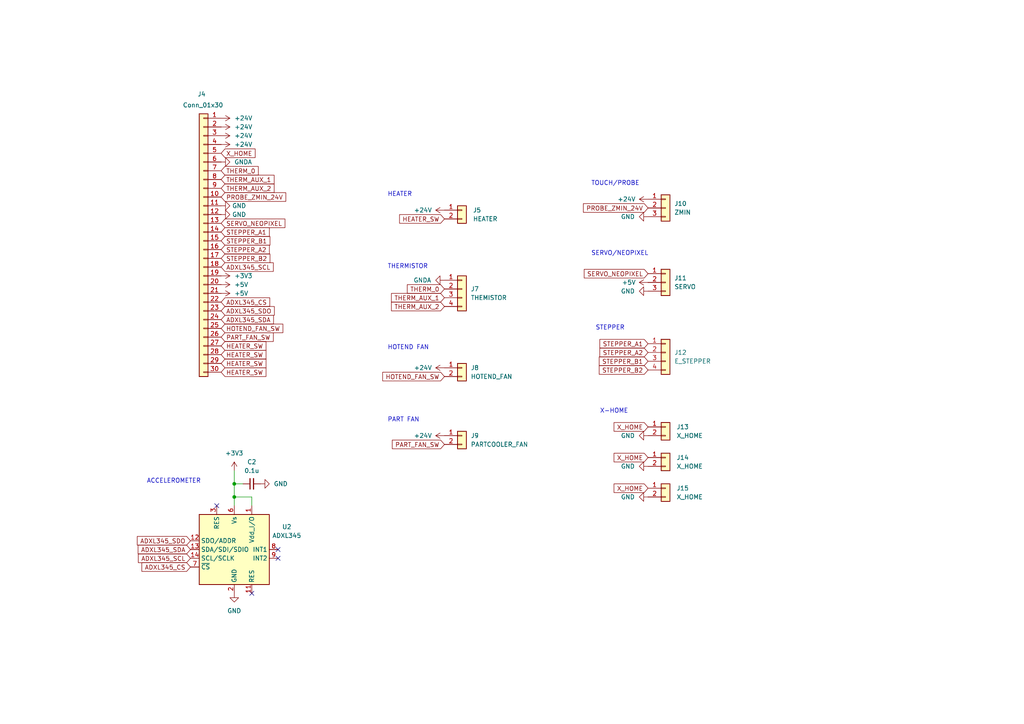
<source format=kicad_sch>
(kicad_sch (version 20211123) (generator eeschema)
  (paper "A4")
  (lib_symbols
    (symbol "Connector_Generic:Conn_01x02" (pin_names (offset 1.016) hide)
      (property "Reference" "J" (at 0 2.54 0))
      (property "Value" "Conn_01x02" (at 0 -5.08 0))
      (symbol "Conn_01x02_1_1"
        (rectangle (start -1.27 -2.413) (end 0 -2.667) (stroke (width 0.1524)))
        (rectangle (start -1.27 0.127) (end 0 -0.127) (stroke (width 0.1524)))
        (rectangle (start -1.27 1.27) (end 1.27 -3.81) (stroke (width 0.254)) (fill (type background)))
        (pin passive line (at -5.08 0 0) (length 3.81) (name "Pin_1") (number "1"))
        (pin passive line (at -5.08 -2.54 0) (length 3.81) (name "Pin_2") (number "2"))
      )
    )
    (symbol "Connector_Generic:Conn_01x03" (pin_names (offset 1.016) hide)
      (property "Reference" "J" (at 0 5.08 0))
      (property "Value" "Conn_01x03" (at 0 -5.08 0))
      (symbol "Conn_01x03_1_1"
        (rectangle (start -1.27 -2.413) (end 0 -2.667) (stroke (width 0.1524)))
        (rectangle (start -1.27 0.127) (end 0 -0.127) (stroke (width 0.1524)))
        (rectangle (start -1.27 2.667) (end 0 2.413) (stroke (width 0.1524)))
        (rectangle (start -1.27 3.81) (end 1.27 -3.81) (stroke (width 0.254)) (fill (type background)))
        (pin passive line (at -5.08 2.54 0) (length 3.81) (name "Pin_1") (number "1"))
        (pin passive line (at -5.08 0 0) (length 3.81) (name "Pin_2") (number "2"))
        (pin passive line (at -5.08 -2.54 0) (length 3.81) (name "Pin_3") (number "3"))
      )
    )
    (symbol "Connector_Generic:Conn_01x04" (pin_names (offset 1.016) hide)
      (property "Reference" "J" (at 0 5.08 0))
      (property "Value" "Conn_01x04" (at 0 -7.62 0))
      (symbol "Conn_01x04_1_1"
        (rectangle (start -1.27 -4.953) (end 0 -5.207) (stroke (width 0.1524)))
        (rectangle (start -1.27 -2.413) (end 0 -2.667) (stroke (width 0.1524)))
        (rectangle (start -1.27 0.127) (end 0 -0.127) (stroke (width 0.1524)))
        (rectangle (start -1.27 2.667) (end 0 2.413) (stroke (width 0.1524)))
        (rectangle (start -1.27 3.81) (end 1.27 -6.35) (stroke (width 0.254)) (fill (type background)))
        (pin passive line (at -5.08 2.54 0) (length 3.81) (name "Pin_1") (number "1"))
        (pin passive line (at -5.08 0 0) (length 3.81) (name "Pin_2") (number "2"))
        (pin passive line (at -5.08 -2.54 0) (length 3.81) (name "Pin_3") (number "3"))
        (pin passive line (at -5.08 -5.08 0) (length 3.81) (name "Pin_4") (number "4"))
      )
    )
    (symbol "Connector_Generic:Conn_01x30" (pin_names (offset 1.016) hide)
      (property "Reference" "J" (at 0 38.1 0))
      (property "Value" "Conn_01x30" (at 0 -40.64 0))
      (symbol "Conn_01x30_1_1"
        (rectangle (start -1.27 -37.973) (end 0 -38.227) (stroke (width 0.1524)))
        (rectangle (start -1.27 -35.433) (end 0 -35.687) (stroke (width 0.1524)))
        (rectangle (start -1.27 -32.893) (end 0 -33.147) (stroke (width 0.1524)))
        (rectangle (start -1.27 -30.353) (end 0 -30.607) (stroke (width 0.1524)))
        (rectangle (start -1.27 -27.813) (end 0 -28.067) (stroke (width 0.1524)))
        (rectangle (start -1.27 -25.273) (end 0 -25.527) (stroke (width 0.1524)))
        (rectangle (start -1.27 -22.733) (end 0 -22.987) (stroke (width 0.1524)))
        (rectangle (start -1.27 -20.193) (end 0 -20.447) (stroke (width 0.1524)))
        (rectangle (start -1.27 -17.653) (end 0 -17.907) (stroke (width 0.1524)))
        (rectangle (start -1.27 -15.113) (end 0 -15.367) (stroke (width 0.1524)))
        (rectangle (start -1.27 -12.573) (end 0 -12.827) (stroke (width 0.1524)))
        (rectangle (start -1.27 -10.033) (end 0 -10.287) (stroke (width 0.1524)))
        (rectangle (start -1.27 -7.493) (end 0 -7.747) (stroke (width 0.1524)))
        (rectangle (start -1.27 -4.953) (end 0 -5.207) (stroke (width 0.1524)))
        (rectangle (start -1.27 -2.413) (end 0 -2.667) (stroke (width 0.1524)))
        (rectangle (start -1.27 0.127) (end 0 -0.127) (stroke (width 0.1524)))
        (rectangle (start -1.27 2.667) (end 0 2.413) (stroke (width 0.1524)))
        (rectangle (start -1.27 5.207) (end 0 4.953) (stroke (width 0.1524)))
        (rectangle (start -1.27 7.747) (end 0 7.493) (stroke (width 0.1524)))
        (rectangle (start -1.27 10.287) (end 0 10.033) (stroke (width 0.1524)))
        (rectangle (start -1.27 12.827) (end 0 12.573) (stroke (width 0.1524)))
        (rectangle (start -1.27 15.367) (end 0 15.113) (stroke (width 0.1524)))
        (rectangle (start -1.27 17.907) (end 0 17.653) (stroke (width 0.1524)))
        (rectangle (start -1.27 20.447) (end 0 20.193) (stroke (width 0.1524)))
        (rectangle (start -1.27 22.987) (end 0 22.733) (stroke (width 0.1524)))
        (rectangle (start -1.27 25.527) (end 0 25.273) (stroke (width 0.1524)))
        (rectangle (start -1.27 28.067) (end 0 27.813) (stroke (width 0.1524)))
        (rectangle (start -1.27 30.607) (end 0 30.353) (stroke (width 0.1524)))
        (rectangle (start -1.27 33.147) (end 0 32.893) (stroke (width 0.1524)))
        (rectangle (start -1.27 35.687) (end 0 35.433) (stroke (width 0.1524)))
        (rectangle (start -1.27 36.83) (end 1.27 -39.37) (stroke (width 0.254)) (fill (type background)))
        (pin passive line (at -5.08 35.56 0) (length 3.81) (name "Pin_1") (number "1"))
        (pin passive line (at -5.08 12.7 0) (length 3.81) (name "Pin_10") (number "10"))
        (pin passive line (at -5.08 10.16 0) (length 3.81) (name "Pin_11") (number "11"))
        (pin passive line (at -5.08 7.62 0) (length 3.81) (name "Pin_12") (number "12"))
        (pin passive line (at -5.08 5.08 0) (length 3.81) (name "Pin_13") (number "13"))
        (pin passive line (at -5.08 2.54 0) (length 3.81) (name "Pin_14") (number "14"))
        (pin passive line (at -5.08 0 0) (length 3.81) (name "Pin_15") (number "15"))
        (pin passive line (at -5.08 -2.54 0) (length 3.81) (name "Pin_16") (number "16"))
        (pin passive line (at -5.08 -5.08 0) (length 3.81) (name "Pin_17") (number "17"))
        (pin passive line (at -5.08 -7.62 0) (length 3.81) (name "Pin_18") (number "18"))
        (pin passive line (at -5.08 -10.16 0) (length 3.81) (name "Pin_19") (number "19"))
        (pin passive line (at -5.08 33.02 0) (length 3.81) (name "Pin_2") (number "2"))
        (pin passive line (at -5.08 -12.7 0) (length 3.81) (name "Pin_20") (number "20"))
        (pin passive line (at -5.08 -15.24 0) (length 3.81) (name "Pin_21") (number "21"))
        (pin passive line (at -5.08 -17.78 0) (length 3.81) (name "Pin_22") (number "22"))
        (pin passive line (at -5.08 -20.32 0) (length 3.81) (name "Pin_23") (number "23"))
        (pin passive line (at -5.08 -22.86 0) (length 3.81) (name "Pin_24") (number "24"))
        (pin passive line (at -5.08 -25.4 0) (length 3.81) (name "Pin_25") (number "25"))
        (pin passive line (at -5.08 -27.94 0) (length 3.81) (name "Pin_26") (number "26"))
        (pin passive line (at -5.08 -30.48 0) (length 3.81) (name "Pin_27") (number "27"))
        (pin passive line (at -5.08 -33.02 0) (length 3.81) (name "Pin_28") (number "28"))
        (pin passive line (at -5.08 -35.56 0) (length 3.81) (name "Pin_29") (number "29"))
        (pin passive line (at -5.08 30.48 0) (length 3.81) (name "Pin_3") (number "3"))
        (pin passive line (at -5.08 -38.1 0) (length 3.81) (name "Pin_30") (number "30"))
        (pin passive line (at -5.08 27.94 0) (length 3.81) (name "Pin_4") (number "4"))
        (pin passive line (at -5.08 25.4 0) (length 3.81) (name "Pin_5") (number "5"))
        (pin passive line (at -5.08 22.86 0) (length 3.81) (name "Pin_6") (number "6"))
        (pin passive line (at -5.08 20.32 0) (length 3.81) (name "Pin_7") (number "7"))
        (pin passive line (at -5.08 17.78 0) (length 3.81) (name "Pin_8") (number "8"))
        (pin passive line (at -5.08 15.24 0) (length 3.81) (name "Pin_9") (number "9"))
      )
    )
    (symbol "Device:C_Small" (pin_numbers hide) (pin_names (offset 0.254) hide)
      (property "Reference" "C" (at 0.254 1.778 0))
      (property "Value" "C_Small" (at 0.254 -2.032 0))
      (symbol "C_Small_0_1"
        (polyline (pts (xy -1.524 -0.508) (xy 1.524 -0.508)) (stroke (width 0.3302)))
        (polyline (pts (xy -1.524 0.508) (xy 1.524 0.508)) (stroke (width 0.3048)))
      )
      (symbol "C_Small_1_1"
        (pin passive line (at 0 2.54 270) (length 2.032) (name "~") (number "1"))
        (pin passive line (at 0 -2.54 90) (length 2.032) (name "~") (number "2"))
      )
    )
    (symbol "Sensor_Motion:ADXL343"
      (property "Reference" "U" (at -8.89 11.43 0))
      (property "Value" "ADXL343" (at -7.62 -11.43 0))
      (symbol "ADXL343_0_1"
        (rectangle (start -10.16 10.16) (end 10.16 -10.16) (stroke (width 0.254)) (fill (type background)))
      )
      (symbol "ADXL343_1_1"
        (pin power_in line (at 5.08 12.7 270) (length 2.54) (name "Vdd_I/O") (number "1"))
        (pin no_connect line (at -5.08 -10.16 90) (length 2.54) hide (name "NC") (number "10"))
        (pin passive line (at 5.08 -12.7 90) (length 2.54) (name "RES") (number "11"))
        (pin bidirectional line (at -12.7 2.54 0) (length 2.54) (name "SDO/ADDR") (number "12"))
        (pin bidirectional line (at -12.7 0 0) (length 2.54) (name "SDA/SDI/SDIO") (number "13"))
        (pin input line (at -12.7 -2.54 0) (length 2.54) (name "SCL/SCLK") (number "14"))
        (pin power_in line (at 0 -12.7 90) (length 2.54) (name "GND") (number "2"))
        (pin passive line (at -5.08 12.7 270) (length 2.54) (name "RES") (number "3"))
        (pin passive line (at 0 -12.7 90) (length 2.54) hide (name "GND") (number "4"))
        (pin passive line (at 0 -12.7 90) (length 2.54) hide (name "GND") (number "5"))
        (pin power_in line (at 0 12.7 270) (length 2.54) (name "Vs") (number "6"))
        (pin input line (at -12.7 -5.08 0) (length 2.54) (name "~{CS}") (number "7"))
        (pin output line (at 12.7 0 180) (length 2.54) (name "INT1") (number "8"))
        (pin output line (at 12.7 -2.54 180) (length 2.54) (name "INT2") (number "9"))
      )
    )
    (symbol "power:+24V" (power) (pin_names (offset 0))
      (property "Value" "+24V" (at 0 3.556 0))
      (symbol "+24V_0_1"
        (polyline (pts (xy -0.762 1.27) (xy 0 2.54)))
        (polyline (pts (xy 0 0) (xy 0 2.54)))
        (polyline (pts (xy 0 2.54) (xy 0.762 1.27)))
      )
      (symbol "+24V_1_1"
        (pin power_in line (at 0 0 90) (length 0) hide (name "+24V") (number "1"))
      )
    )
    (symbol "power:+3.3V" (power) (pin_names (offset 0))
      (property "Value" "+3.3V" (at 0 3.556 0))
      (symbol "+3.3V_0_1"
        (polyline (pts (xy -0.762 1.27) (xy 0 2.54)))
        (polyline (pts (xy 0 0) (xy 0 2.54)))
        (polyline (pts (xy 0 2.54) (xy 0.762 1.27)))
      )
      (symbol "+3.3V_1_1"
        (pin power_in line (at 0 0 90) (length 0) hide (name "+3V3") (number "1"))
      )
    )
    (symbol "power:+5V" (power) (pin_names (offset 0))
      (property "Value" "+5V" (at 0 3.556 0))
      (symbol "+5V_0_1"
        (polyline (pts (xy -0.762 1.27) (xy 0 2.54)))
        (polyline (pts (xy 0 0) (xy 0 2.54)))
        (polyline (pts (xy 0 2.54) (xy 0.762 1.27)))
      )
      (symbol "+5V_1_1"
        (pin power_in line (at 0 0 90) (length 0) hide (name "+5V") (number "1"))
      )
    )
    (symbol "power:GND" (power) (pin_names (offset 0))
      (property "Value" "GND" (at 0 -3.81 0))
      (symbol "GND_0_1"
        (polyline (pts (xy 0 0) (xy 0 -1.27) (xy 1.27 -1.27) (xy 0 -2.54) (xy -1.27 -1.27) (xy 0 -1.27)))
      )
      (symbol "GND_1_1"
        (pin power_in line (at 0 0 270) (length 0) hide (name "GND") (number "1"))
      )
    )
    (symbol "power:GNDA" (power) (pin_names (offset 0))
      (property "Value" "GNDA" (at 0 -3.81 0))
      (symbol "GNDA_0_1"
        (polyline (pts (xy 0 0) (xy 0 -1.27) (xy 1.27 -1.27) (xy 0 -2.54) (xy -1.27 -1.27) (xy 0 -1.27)))
      )
      (symbol "GNDA_1_1"
        (pin power_in line (at 0 0 270) (length 0) hide (name "GNDA") (number "1"))
      )
    )
  )
  (junction (at 67.945 144.145))
  (junction (at 67.945 140.335))
  (no_connect (at 62.865 146.685))
  (no_connect (at 80.645 159.385))
  (no_connect (at 80.645 161.925))
  (no_connect (at 73.025 172.085))
  (wire (pts (xy 67.945 144.145) (xy 67.945 146.685)))
  (wire (pts (xy 67.945 140.335) (xy 67.945 144.145)))
  (wire (pts (xy 67.945 140.335) (xy 70.485 140.335)))
  (wire (pts (xy 73.025 146.685) (xy 73.025 144.145)))
  (wire (pts (xy 67.945 136.525) (xy 67.945 140.335)))
  (wire (pts (xy 67.945 144.145) (xy 73.025 144.145)))
  (text "PART FAN" (at 112.395 122.555 0) (effects (font (size 1.27 1.27)) (justify left bottom)))
  (text "HOTEND FAN" (at 112.395 101.6 0) (effects (font (size 1.27 1.27)) (justify left bottom)))
  (text "HEATER" (at 112.395 57.15 0) (effects (font (size 1.27 1.27)) (justify left bottom)))
  (text "STEPPER" (at 172.72 95.885 0) (effects (font (size 1.27 1.27)) (justify left bottom)))
  (text "X-HOME" (at 173.99 120.015 0) (effects (font (size 1.27 1.27)) (justify left bottom)))
  (text "ACCELEROMETER" (at 42.545 140.335 0) (effects (font (size 1.27 1.27)) (justify left bottom)))
  (text "THERMISTOR" (at 112.395 78.105 0) (effects (font (size 1.27 1.27)) (justify left bottom)))
  (text "SERVO/NEOPIXEL" (at 171.45 74.295 0) (effects (font (size 1.27 1.27)) (justify left bottom)))
  (text "TOUCH/PROBE" (at 171.45 53.975 0) (effects (font (size 1.27 1.27)) (justify left bottom)))
  (global_label "ADXL345_SDO" (shape input) (at 55.245 156.845 180) (property "Intersheet References" "${INTERSHEET_REFS}" (effects hide)))
  (global_label "STEPPER_A1" (shape input) (at 64.135 67.31 0) (property "Intersheet References" "${INTERSHEET_REFS}" (effects hide)))
  (global_label "X_HOME" (shape input) (at 187.96 123.825 180) (property "Intersheet References" "${INTERSHEET_REFS}" (effects hide)))
  (global_label "HEATER_SW" (shape input) (at 64.135 105.41 0) (property "Intersheet References" "${INTERSHEET_REFS}" (effects hide)))
  (global_label "HEATER_SW" (shape input) (at 64.135 107.95 0) (property "Intersheet References" "${INTERSHEET_REFS}" (effects hide)))
  (global_label "X_HOME" (shape input) (at 64.135 44.45 0) (property "Intersheet References" "${INTERSHEET_REFS}" (effects hide)))
  (global_label "HOTEND_FAN_SW" (shape input) (at 128.905 109.22 180) (property "Intersheet References" "${INTERSHEET_REFS}" (effects hide)))
  (global_label "SERVO_NEOPIXEL" (shape input) (at 64.135 64.77 0) (property "Intersheet References" "${INTERSHEET_REFS}" (effects hide)))
  (global_label "THERM_AUX_1" (shape input) (at 128.905 86.36 180) (property "Intersheet References" "${INTERSHEET_REFS}" (effects hide)))
  (global_label "PROBE_ZMIN_24V" (shape input) (at 187.96 60.325 180) (property "Intersheet References" "${INTERSHEET_REFS}" (effects hide)))
  (global_label "X_HOME" (shape input) (at 187.96 141.605 180) (property "Intersheet References" "${INTERSHEET_REFS}" (effects hide)))
  (global_label "STEPPER_A2" (shape input) (at 64.135 72.39 0) (property "Intersheet References" "${INTERSHEET_REFS}" (effects hide)))
  (global_label "STEPPER_B1" (shape input) (at 187.96 104.775 180) (property "Intersheet References" "${INTERSHEET_REFS}" (effects hide)))
  (global_label "PROBE_ZMIN_24V" (shape input) (at 64.135 57.15 0) (property "Intersheet References" "${INTERSHEET_REFS}" (effects hide)))
  (global_label "HEATER_SW" (shape input) (at 128.905 63.5 180) (property "Intersheet References" "${INTERSHEET_REFS}" (effects hide)))
  (global_label "THERM_AUX_2" (shape input) (at 128.905 88.9 180) (property "Intersheet References" "${INTERSHEET_REFS}" (effects hide)))
  (global_label "ADXL345_SCL" (shape input) (at 64.135 77.47 0) (property "Intersheet References" "${INTERSHEET_REFS}" (effects hide)))
  (global_label "ADXL345_SDA" (shape input) (at 64.135 92.71 0) (property "Intersheet References" "${INTERSHEET_REFS}" (effects hide)))
  (global_label "HEATER_SW" (shape input) (at 64.135 100.33 0) (property "Intersheet References" "${INTERSHEET_REFS}" (effects hide)))
  (global_label "STEPPER_A2" (shape input) (at 187.96 102.235 180) (property "Intersheet References" "${INTERSHEET_REFS}" (effects hide)))
  (global_label "PART_FAN_SW" (shape input) (at 128.905 128.905 180) (property "Intersheet References" "${INTERSHEET_REFS}" (effects hide)))
  (global_label "THERM_0" (shape input) (at 128.905 83.82 180) (property "Intersheet References" "${INTERSHEET_REFS}" (effects hide)))
  (global_label "STEPPER_B1" (shape input) (at 64.135 69.85 0) (property "Intersheet References" "${INTERSHEET_REFS}" (effects hide)))
  (global_label "STEPPER_A1" (shape input) (at 187.96 99.695 180) (property "Intersheet References" "${INTERSHEET_REFS}" (effects hide)))
  (global_label "THERM_AUX_2" (shape input) (at 64.135 54.61 0) (property "Intersheet References" "${INTERSHEET_REFS}" (effects hide)))
  (global_label "ADXL345_SCL" (shape input) (at 55.245 161.925 180) (property "Intersheet References" "${INTERSHEET_REFS}" (effects hide)))
  (global_label "ADXL345_SDA" (shape input) (at 55.245 159.385 180) (property "Intersheet References" "${INTERSHEET_REFS}" (effects hide)))
  (global_label "THERM_AUX_1" (shape input) (at 64.135 52.07 0) (property "Intersheet References" "${INTERSHEET_REFS}" (effects hide)))
  (global_label "STEPPER_B2" (shape input) (at 187.96 107.315 180) (property "Intersheet References" "${INTERSHEET_REFS}" (effects hide)))
  (global_label "SERVO_NEOPIXEL" (shape input) (at 187.96 79.375 180) (property "Intersheet References" "${INTERSHEET_REFS}" (effects hide)))
  (global_label "PART_FAN_SW" (shape input) (at 64.135 97.79 0) (property "Intersheet References" "${INTERSHEET_REFS}" (effects hide)))
  (global_label "THERM_0" (shape input) (at 64.135 49.53 0) (property "Intersheet References" "${INTERSHEET_REFS}" (effects hide)))
  (global_label "X_HOME" (shape input) (at 187.96 132.715 180) (property "Intersheet References" "${INTERSHEET_REFS}" (effects hide)))
  (global_label "HOTEND_FAN_SW" (shape input) (at 64.135 95.25 0) (property "Intersheet References" "${INTERSHEET_REFS}" (effects hide)))
  (global_label "HEATER_SW" (shape input) (at 64.135 102.87 0) (property "Intersheet References" "${INTERSHEET_REFS}" (effects hide)))
  (global_label "ADXL345_CS" (shape input) (at 55.245 164.465 180) (property "Intersheet References" "${INTERSHEET_REFS}" (effects hide)))
  (global_label "STEPPER_B2" (shape input) (at 64.135 74.93 0) (property "Intersheet References" "${INTERSHEET_REFS}" (effects hide)))
  (global_label "ADXL345_CS" (shape input) (at 64.135 87.63 0) (property "Intersheet References" "${INTERSHEET_REFS}" (effects hide)))
  (global_label "ADXL345_SDO" (shape input) (at 64.135 90.17 0) (property "Intersheet References" "${INTERSHEET_REFS}" (effects hide)))
  (symbol (lib_id "power:+3.3V") (at 67.945 136.525 0) (unit 1)
    (property "Reference" "#PWR032" (effects hide))
    (property "Value" "+3.3V" (at 67.945 131.445 0))
  )
  (symbol (lib_id "power:+24V") (at 128.905 106.68 90) (unit 1)
    (property "Reference" "#PWR037" (effects hide))
    (property "Value" "+24V" (at 120.015 106.68 90) (effects (justify right)))
  )
  (symbol (lib_id "Connector_Generic:Conn_01x02") (at 133.985 106.68 0) (unit 1)
    (property "Reference" "J8" (at 136.525 106.6799 0) (effects (justify left)))
    (property "Value" "HOTEND_FAN" (at 136.525 109.2199 0) (effects (justify left)))
    (property "Footprint" "Connector_PinHeader_2.54mm:PinHeader_1x02_P2.54mm_Vertical" (effects hide))
  )
  (symbol (lib_id "power:+3.3V") (at 64.135 80.01 270) (mirror x) (unit 1)
    (property "Reference" "#PWR?" (effects hide))
    (property "Value" "+3.3V" (at 67.945 80.0101 90) (effects (justify left)))
  )
  (symbol (lib_id "power:GND") (at 64.135 59.69 90) (mirror x) (unit 1)
    (property "Reference" "#PWR?" (effects hide))
    (property "Value" "GND" (at 67.31 59.6899 90) (effects (justify right)))
  )
  (symbol (lib_id "power:GND") (at 75.565 140.335 90) (unit 1)
    (property "Reference" "#PWR034" (effects hide))
    (property "Value" "GND" (at 79.375 140.3349 90) (effects (justify right)))
  )
  (symbol (lib_id "Device:C_Small") (at 73.025 140.335 90) (unit 1)
    (property "Reference" "C2" (at 73.0313 133.985 90))
    (property "Value" "0.1u" (at 73.0313 136.525 90))
    (property "Footprint" "Capacitor_SMD:C_0805_2012Metric_Pad1.18x1.45mm_HandSolder" (effects hide))
  )
  (symbol (lib_id "Connector_Generic:Conn_01x02") (at 193.04 123.825 0) (unit 1)
    (property "Reference" "J13" (at 196.215 123.8249 0) (effects (justify left)))
    (property "Value" "X_HOME" (at 196.215 126.3649 0) (effects (justify left)))
    (property "Footprint" "Connector_PinHeader_2.54mm:PinHeader_1x02_P2.54mm_Vertical" (effects hide))
  )
  (symbol (lib_id "power:GND") (at 187.96 126.365 270) (unit 1)
    (property "Reference" "#PWR043" (effects hide))
    (property "Value" "GND" (at 184.15 126.3649 90) (effects (justify right)))
  )
  (symbol (lib_id "power:GND") (at 187.96 62.865 270) (unit 1)
    (property "Reference" "#PWR040" (effects hide))
    (property "Value" "GND" (at 184.15 62.8649 90) (effects (justify right)))
  )
  (symbol (lib_id "Connector_Generic:Conn_01x03") (at 193.04 81.915 0) (unit 1)
    (property "Reference" "J11" (at 195.58 80.6449 0) (effects (justify left)))
    (property "Value" "SERVO" (at 195.58 83.1849 0) (effects (justify left)))
    (property "Footprint" "Connector_PinHeader_2.54mm:PinHeader_1x03_P2.54mm_Vertical" (effects hide))
  )
  (symbol (lib_id "Connector_Generic:Conn_01x04") (at 193.04 102.235 0) (unit 1)
    (property "Reference" "J12" (at 195.58 102.2349 0) (effects (justify left)))
    (property "Value" "E_STEPPER" (at 195.58 104.7749 0) (effects (justify left)))
    (property "Footprint" "Connector_PinHeader_2.54mm:PinHeader_1x04_P2.54mm_Vertical" (effects hide))
  )
  (symbol (lib_id "power:+24V") (at 128.905 126.365 90) (unit 1)
    (property "Reference" "#PWR038" (effects hide))
    (property "Value" "+24V" (at 120.015 126.365 90) (effects (justify right)))
  )
  (symbol (lib_id "power:GNDA") (at 128.905 81.28 270) (unit 1)
    (property "Reference" "#PWR?" (effects hide))
    (property "Value" "GNDA" (at 125.095 81.28 90) (effects (justify right)))
  )
  (symbol (lib_id "power:GNDA") (at 64.135 46.99 90) (mirror x) (unit 1)
    (property "Reference" "#PWR?" (effects hide))
    (property "Value" "GNDA" (at 67.945 46.99 90) (effects (justify right)))
  )
  (symbol (lib_id "Connector_Generic:Conn_01x02") (at 133.985 126.365 0) (unit 1)
    (property "Reference" "J9" (at 136.525 126.3649 0) (effects (justify left)))
    (property "Value" "PARTCOOLER_FAN" (at 136.525 128.9049 0) (effects (justify left)))
    (property "Footprint" "Connector_PinHeader_2.54mm:PinHeader_1x02_P2.54mm_Vertical" (effects hide))
  )
  (symbol (lib_id "Connector_Generic:Conn_01x02") (at 193.04 141.605 0) (unit 1)
    (property "Reference" "J15" (at 196.215 141.6049 0) (effects (justify left)))
    (property "Value" "X_HOME" (at 196.215 144.1449 0) (effects (justify left)))
    (property "Footprint" "Connector_PinHeader_2.54mm:PinHeader_1x02_P2.54mm_Vertical" (effects hide))
  )
  (symbol (lib_id "Connector_Generic:Conn_01x04") (at 133.985 83.82 0) (unit 1)
    (property "Reference" "J7" (at 136.525 83.8199 0) (effects (justify left)))
    (property "Value" "THEMISTOR" (at 136.525 86.3599 0) (effects (justify left)))
    (property "Footprint" "Connector_PinHeader_2.54mm:PinHeader_1x04_P2.54mm_Vertical" (effects hide))
  )
  (symbol (lib_id "Connector_Generic:Conn_01x30") (at 59.055 69.85 0) (mirror y) (unit 1)
    (property "Reference" "J4" (at 59.69 27.305 0) (effects (justify left)))
    (property "Value" "Conn_01x30" (at 64.77 30.48 0) (effects (justify left)))
    (property "Footprint" "ffc_connectors:ffc-30pin" (effects hide))
  )
  (symbol (lib_id "power:GND") (at 187.96 84.455 270) (unit 1)
    (property "Reference" "#PWR042" (effects hide))
    (property "Value" "GND" (at 184.15 84.4549 90) (effects (justify right)))
  )
  (symbol (lib_id "power:+5V") (at 64.135 82.55 270) (mirror x) (unit 1)
    (property "Reference" "#PWR?" (effects hide))
    (property "Value" "+5V" (at 67.945 82.5501 90) (effects (justify left)))
  )
  (symbol (lib_id "power:GND") (at 64.135 62.23 90) (mirror x) (unit 1)
    (property "Reference" "#PWR?" (effects hide))
    (property "Value" "GND" (at 67.31 62.2299 90) (effects (justify right)))
  )
  (symbol (lib_id "Sensor_Motion:ADXL343") (at 67.945 159.385 0) (unit 1)
    (property "Reference" "U2" (at 83.185 152.8062 0))
    (property "Value" "ADXL345" (at 83.185 155.3462 0))
    (property "Footprint" "Package_LGA:LGA-14_3x5mm_P0.8mm_LayoutBorder1x6y" (effects hide))
    (property "Datasheet" "https://www.analog.com/media/en/technical-documentation/data-sheets/ADXL343.pdf" (effects hide))
    (property "LCSC" "C9667" (effects hide))
  )
  (symbol (lib_id "power:+24V") (at 64.135 34.29 270) (mirror x) (unit 1)
    (property "Reference" "#PWR?" (effects hide))
    (property "Value" "+24V" (at 67.945 34.2901 90) (effects (justify left)))
  )
  (symbol (lib_id "Connector_Generic:Conn_01x02") (at 193.04 132.715 0) (unit 1)
    (property "Reference" "J14" (at 196.215 132.7149 0) (effects (justify left)))
    (property "Value" "X_HOME" (at 196.215 135.2549 0) (effects (justify left)))
    (property "Footprint" "Connector_PinHeader_2.54mm:PinHeader_1x02_P2.54mm_Vertical" (effects hide))
  )
  (symbol (lib_id "power:+5V") (at 64.135 85.09 270) (mirror x) (unit 1)
    (property "Reference" "#PWR?" (effects hide))
    (property "Value" "+5V" (at 67.945 85.0901 90) (effects (justify left)))
  )
  (symbol (lib_id "Connector_Generic:Conn_01x03") (at 193.04 60.325 0) (unit 1)
    (property "Reference" "J10" (at 195.58 59.0549 0) (effects (justify left)))
    (property "Value" "ZMIN" (at 195.58 61.5949 0) (effects (justify left)))
    (property "Footprint" "Connector_PinHeader_2.54mm:PinHeader_1x03_P2.54mm_Vertical" (effects hide))
  )
  (symbol (lib_id "power:GND") (at 187.96 144.145 270) (unit 1)
    (property "Reference" "#PWR?" (effects hide))
    (property "Value" "GND" (at 184.15 144.1449 90) (effects (justify right)))
  )
  (symbol (lib_id "power:GND") (at 67.945 172.085 0) (unit 1)
    (property "Reference" "#PWR033" (effects hide))
    (property "Value" "GND" (at 67.945 177.165 0))
  )
  (symbol (lib_id "power:+24V") (at 64.135 39.37 270) (mirror x) (unit 1)
    (property "Reference" "#PWR?" (effects hide))
    (property "Value" "+24V" (at 67.945 39.3701 90) (effects (justify left)))
  )
  (symbol (lib_id "power:+24V") (at 64.135 41.91 270) (mirror x) (unit 1)
    (property "Reference" "#PWR?" (effects hide))
    (property "Value" "+24V" (at 67.945 41.9099 90) (effects (justify left)))
  )
  (symbol (lib_id "power:+24V") (at 187.96 57.785 90) (unit 1)
    (property "Reference" "#PWR039" (effects hide))
    (property "Value" "+24V" (at 179.07 57.785 90) (effects (justify right)))
  )
  (symbol (lib_id "Connector_Generic:Conn_01x02") (at 133.985 60.96 0) (unit 1)
    (property "Reference" "J5" (at 137.16 60.9599 0) (effects (justify left)))
    (property "Value" "HEATER" (at 137.16 63.4999 0) (effects (justify left)))
    (property "Footprint" "Connector_PinHeader_2.54mm:PinHeader_1x02_P2.54mm_Vertical" (effects hide))
  )
  (symbol (lib_id "power:+5V") (at 187.96 81.915 90) (unit 1)
    (property "Reference" "#PWR041" (effects hide))
    (property "Value" "+5V" (at 180.34 81.915 90) (effects (justify right)))
  )
  (symbol (lib_id "power:GND") (at 187.96 135.255 270) (unit 1)
    (property "Reference" "#PWR?" (effects hide))
    (property "Value" "GND" (at 184.15 135.2549 90) (effects (justify right)))
  )
  (symbol (lib_id "power:+24V") (at 128.905 60.96 90) (unit 1)
    (property "Reference" "#PWR035" (effects hide))
    (property "Value" "+24V" (at 120.015 60.96 90) (effects (justify right)))
  )
  (symbol (lib_id "power:+24V") (at 64.135 36.83 270) (mirror x) (unit 1)
    (property "Reference" "#PWR?" (effects hide))
    (property "Value" "+24V" (at 67.945 36.8301 90) (effects (justify left)))
  )
)
</source>
